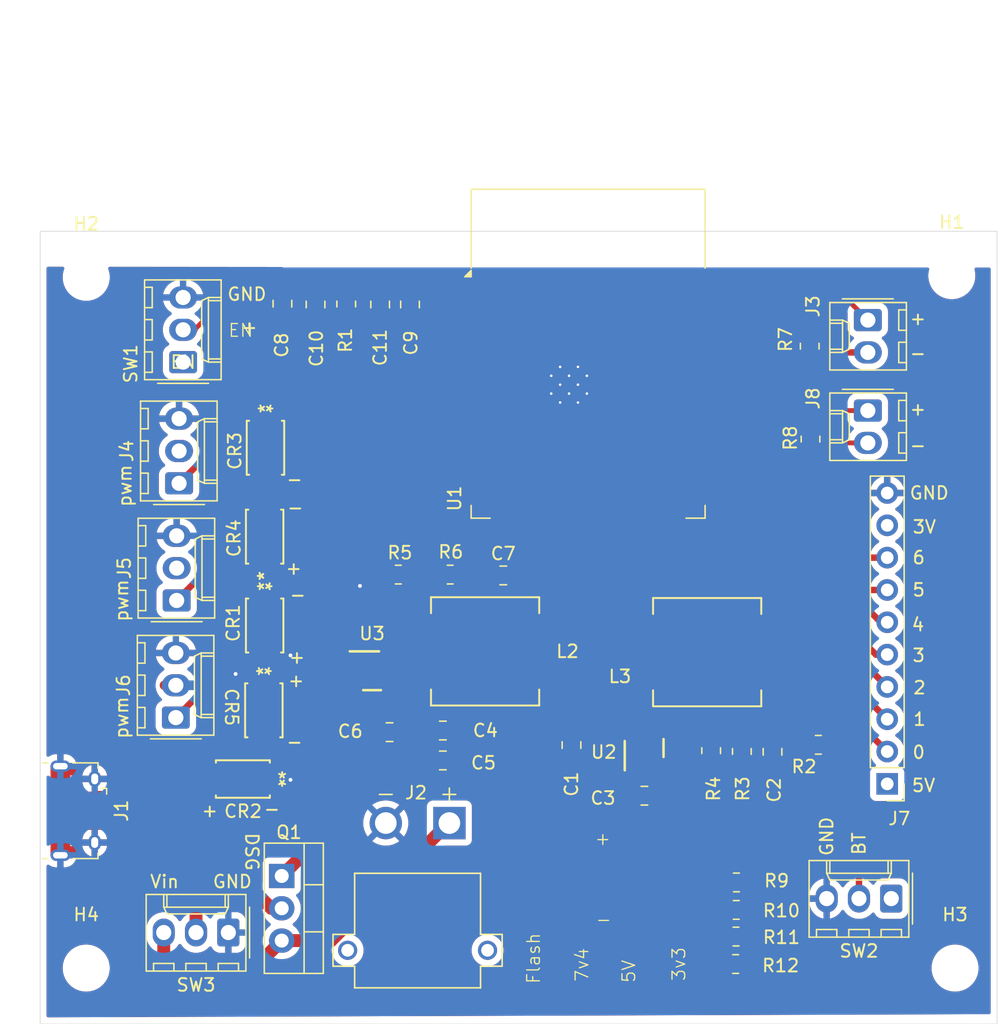
<source format=kicad_pcb>
(kicad_pcb (version 20240108) (generator "pcbnew") (generator_version "8.0")
  (layers (0 "F.Cu" signal) (31 "B.Cu" signal) (34 "B.Paste" user) (35 "F.Paste" user) (36 "B.SilkS" user "B.Silkscreen") (37 "F.SilkS" user "F.Silkscreen") (38 "B.Mask" user) (39 "F.Mask" user) (44 "Edge.Cuts" user))
  (net 0 "")
  (net 1 "+3.3V")
  (net 2 "Net-(3v3LED1-K)")
  (net 3 "+5V")
  (net 4 "Net-(5VLED1-K)")
  (net 5 "+7.5V")
  (net 6 "Net-(7V4LED1-K)")
  (net 7 "GND")
  (net 8 "Net-(U2-SW)")
  (net 9 "Net-(U2-VBST)")
  (net 10 "Net-(U3-VBST)")
  (net 11 "Net-(U3-SW)")
  (net 12 "/5VBuckOut")
  (net 13 "/EN")
  (net 14 "/USB_VDD")
  (net 15 "Net-(FlashLED1-K)")
  (net 16 "/D+")
  (net 17 "/D-")
  (net 18 "/Vin")
  (net 19 "/LED1")
  (net 20 "Net-(J3-Pin_2)")
  (net 21 "/pwm1")
  (net 22 "/pwm2")
  (net 23 "/pwm3")
  (net 24 "/IO0")
  (net 25 "/IO3")
  (net 26 "/IO2")
  (net 27 "/IO6")
  (net 28 "/IO4")
  (net 29 "/IO5")
  (net 30 "/IO1")
  (net 31 "/LED2")
  (net 32 "Net-(J8-Pin_2)")
  (net 33 "Net-(Q1-G)")
  (net 34 "Net-(SW2-B)")
  (net 35 "/Boot")
  (net 36 "Net-(U2-VFB)")
  (net 37 "Net-(U3-VFB)")
  (footprint "Resistor_SMD:R_0805_2012Metric_Pad1.20x1.40mm_HandSolder" (layer "F.Cu") (at 122.4915 32.2625 -90)
    (property "Reference" "R1")
    (property "Value" "10k")
  )
  (footprint "Resistor_SMD:R_0805_2012Metric_Pad1.20x1.40mm_HandSolder" (layer "F.Cu") (at 159.004 42.8785 -90)
    (property "Reference" "R8")
    (property "Value" "100")
  )
  (footprint "LED_SMD:Gullwing_LED" (layer "F.Cu") (at 140.97 77.594 90)
    (property "Reference" "7v4")
    (property "Value" "LED")
  )
  (footprint "Resistor_SMD:R_0805_2012Metric_Pad1.20x1.40mm_HandSolder" (layer "F.Cu") (at 153.162 79.883)
    (property "Reference" "R10")
    (property "Value" "140")
  )
  (footprint "Resistor_SMD:R_0805_2012Metric_Pad1.20x1.40mm_HandSolder" (layer "F.Cu") (at 158.9405 35.576 -90)
    (property "Reference" "R7")
    (property "Value" "100")
  )
  (footprint "Connector_Molex:Molex_KK-254_AE-6410-03A_1x03_P2.54mm_Vertical" (layer "F.Cu") (at 109.6645 36.83 90)
    (property "Reference" "SW1")
    (property "Value" "Enable Switch" (hide yes))
  )
  (footprint "Resistor_SMD:R_0805_2012Metric_Pad1.20x1.40mm_HandSolder" (layer "F.Cu") (at 126.587 53.5305)
    (property "Reference" "R5")
    (property "Value" "60k")
  )
  (footprint "MountingHole:MountingHole_3.2mm_M3" (layer "F.Cu") (at 170.1165 30.0355)
    (property "Reference" "H1")
    (property "Value" "MountingHole" (hide yes))
  )
  (footprint "Capacitor_SMD:C_0805_2012Metric_Pad1.18x1.45mm_HandSolder" (layer "F.Cu") (at 125.1585 32.3 90)
    (property "Reference" "C11")
    (property "Value" "10uF")
  )
  (footprint "Connector_Molex:Molex_KK-254_AE-6410-02A_1x02_P2.54mm_Vertical" (layer "F.Cu") (at 163.5125 40.64 -90)
    (property "Reference" "J8")
    (property "Value" "LEDIO2" (hide yes))
  )
  (footprint "Capacitor_SMD:C_0805_2012Metric_Pad1.18x1.45mm_HandSolder" (layer "F.Cu") (at 130.09 68.1355)
    (property "Reference" "C5")
    (property "Value" "10uF")
  )
  (footprint "Personal:IND_IHLP-3232DZ_VIS" (layer "F.Cu") (at 133.4135 59.563)
    (property "Reference" "L2")
    (property "Value" "IHLP3232DZER3R3M01")
  )
  (footprint "Personal:DDC0006A_N" (layer "F.Cu") (at 145.920501 67.160999 90)
    (property "Reference" "U2")
    (property "Value" "TPS562201DDCR")
  )
  (footprint "Capacitor_SMD:C_0805_2012Metric_Pad1.18x1.45mm_HandSolder" (layer "F.Cu") (at 120.0785 32.3 90)
    (property "Reference" "C10")
    (property "Value" "1uF")
  )
  (footprint "Connector_Molex:Molex_KK-254_AE-6410-03A_1x03_P2.54mm_Vertical" (layer "F.Cu") (at 109.093 64.77 90)
    (property "Reference" "J6")
    (property "Value" "Servo3")
  )
  (footprint "LED_SMD:Gullwing_LED" (layer "F.Cu") (at 148.7805 77.6 90)
    (property "Reference" "3v3")
    (property "Value" "LED")
  )
  (footprint "MountingHole:MountingHole_3.2mm_M3" (layer "F.Cu") (at 102.0445 30.1625)
    (property "Reference" "H2")
    (property "Value" "MountingHole" (hide yes))
  )
  (footprint "Connector_Molex:Molex_KK-254_AE-6410-03A_1x03_P2.54mm_Vertical" (layer "F.Cu") (at 109.347 46.355 90)
    (property "Reference" "J4")
    (property "Value" "Servo1")
  )
  (footprint "Capacitor_SMD:C_0805_2012Metric_Pad1.18x1.45mm_HandSolder" (layer "F.Cu") (at 130.09 65.786)
    (property "Reference" "C4")
    (property "Value" "100nF")
  )
  (footprint "Resistor_SMD:R_0805_2012Metric_Pad1.20x1.40mm_HandSolder" (layer "F.Cu") (at 153.146 81.9785)
    (property "Reference" "R11")
    (property "Value" "260")
  )
  (footprint "Connector_Molex:Molex_KK-254_AE-6410-03A_1x03_P2.54mm_Vertical" (layer "F.Cu") (at 113.2205 81.661 180)
    (property "Reference" "SW3")
    (property "Value" "On/Off")
  )
  (footprint "Personal:SDO_CFP5_SOD128_NEX" (layer "F.Cu") (at 116.078 50.546 90)
    (property "Reference" "CR4")
    (property "Value" "Flyback2")
  )
  (footprint "Connector_Molex:Molex_KK-254_AE-6410-02A_1x02_P2.54mm_Vertical" (layer "F.Cu") (at 163.5125 33.528 -90)
    (property "Reference" "J3")
    (property "Value" "LEDIO1")
  )
  (footprint "Capacitor_SMD:C_0805_2012Metric_Pad1.18x1.45mm_HandSolder" (layer "F.Cu") (at 145.942001 70.907499 180)
    (property "Reference" "C3")
    (property "Value" "100nF")
  )
  (footprint "Resistor_SMD:R_0805_2012Metric_Pad1.20x1.40mm_HandSolder" (layer "F.Cu") (at 151.191001 67.367499 -90)
    (property "Reference" "R4")
    (property "Value" "10k")
  )
  (footprint "Connector_PinHeader_2.54mm:PinHeader_1x10_P2.54mm_Vertical" (layer "F.Cu") (at 165.0365 69.977 180)
    (property "Reference" "J7")
    (property "Value" "Extra GPIO")
  )
  (footprint "Personal:DDC0006A_N" (layer "F.Cu") (at 124.5235 61.087)
    (property "Reference" "U3")
    (property "Value" "TPS565201DDCR")
  )
  (footprint "Personal:SDO_CFP5_SOD128_NEX" (layer "F.Cu") (at 114.3635 69.596 180)
    (property "Reference" "CR2")
    (property "Value" "PMEG3050EP_115")
  )
  (footprint "LED_SMD:Gullwing_LED" (layer "F.Cu") (at 144.653 77.6575 90)
    (property "Reference" "5V")
    (property "Value" "LED")
  )
  (footprint "Capacitor_SMD:C_0805_2012Metric_Pad1.18x1.45mm_HandSolder" (layer "F.Cu") (at 156.017001 67.456999 -90)
    (property "Reference" "C2")
    (property "Value" "22uF")
  )
  (footprint "Capacitor_SMD:C_0805_2012Metric_Pad1.18x1.45mm_HandSolder" (layer "F.Cu") (at 140.205501 66.928499 90)
    (property "Reference" "C1")
    (property "Value" "10uF")
  )
  (footprint "MountingHole:MountingHole_3.2mm_M3" (layer "F.Cu") (at 170.3705 84.455)
    (property "Reference" "H3")
    (property "Value" "MountingHole" (hide yes))
  )
  (footprint "Personal:IND_IHLP-3232DZ_VIS" (layer "F.Cu") (at 150.876 59.6265 180)
    (property "Reference" "L3")
    (property "Value" "IHLP3232DZER3R3M01")
  )
  (footprint "Connector_Molex:Molex_KK-254_AE-6410-03A_1x03_P2.54mm_Vertical" (layer "F.Cu") (at 109.1565 55.5625 90)
    (property "Reference" "J5")
    (property "Value" "Servo2")
  )
  (footprint "Personal:SDO_CFP5_SOD128_NEX" (layer "F.Cu") (at 116.1415 43.561 -90)
    (property "Reference" "CR3")
    (property "Value" "Flyback1")
  )
  (footprint "Package_TO_SOT_THT:TO-220-3_Vertical" (layer "F.Cu") (at 117.419 77.216 -90)
    (property "Reference" "Q1")
    (property "Value" "PMOS")
  )
  (footprint "Resistor_SMD:R_0805_2012Metric_Pad1.20x1.40mm_HandSolder" (layer "F.Cu") (at 130.667 53.5305)
    (property "Reference" "R6")
    (property "Value" "10k")
  )
  (footprint "Resistor_SMD:R_0805_2012Metric_Pad1.20x1.40mm_HandSolder" (layer "F.Cu") (at 153.1145 84.1375)
    (property "Reference" "R12")
    (property "Value" "100")
  )
  (footprint "Capacitor_SMD:C_0805_2012Metric_Pad1.18x1.45mm_HandSolder" (layer "F.Cu") (at 117.475 32.2365 90)
    (property "Reference" "C8")
    (property "Value" "100nF")
  )
  (footprint "Personal:AMASS_XT30PW-M" (layer "F.Cu") (at 128.104 83.058 180)
    (property "Reference" "J2")
    (property "Value" "XT30PW-M")
  )
  (footprint "Personal:SDO_CFP5_SOD128_NEX" (layer "F.Cu") (at 116.078 57.531 -90)
    (property "Reference" "CR1")
    (property "Value" "PMEG3050EP_115")
  )
  (footprint "MountingHole:MountingHole_3.2mm_M3" (layer "F.Cu") (at 102.0445 84.455)
    (property "Reference" "H4")
    (property "Value" "MountingHole" (hide yes))
  )
  (footprint "Connector_Molex:Molex_KK-254_AE-6410-03A_1x03_P2.54mm_Vertical" (layer "F.Cu") (at 165.354 78.994 180)
    (property "Reference" "SW2")
    (property "Value" "Boot Switch" (hide yes))
  )
  (footprint "Connector_USB:USB_Micro-B_Amphenol_10118194-0001LF_Horizontal" (layer "F.Cu") (at 101.3125 72.0885 -90)
    (property "Reference" "J1")
    (property "Value" "MicroUSB")
  )
  (footprint "Resistor_SMD:R_0805_2012Metric_Pad1.20x1.40mm_HandSolder" (layer "F.Cu") (at 153.178 77.724)
    (property "Reference" "R9")
    (property "Value" "60")
  )
  (footprint "Capacitor_SMD:C_0805_2012Metric_Pad1.18x1.45mm_HandSolder" (layer "F.Cu") (at 125.899 65.913)
    (property "Reference" "C6")
    (property "Value" "100nF")
  )
  (footprint "Capacitor_SMD:C_0805_2012Metric_Pad1.18x1.45mm_HandSolder" (layer "F.Cu") (at 127.508 32.3 90)
    (property "Reference" "C9")
    (property "Value" "100nF")
  )
  (footprint "Personal:SDO_CFP5_SOD128_NEX" (layer "F.Cu") (at 116.0145 64.1985 -90)
    (property "Reference" "CR5")
    (property "Value" "Flyback3")
  )
  (footprint "Resistor_SMD:R_0805_2012Metric_Pad1.20x1.40mm_HandSolder" (layer "F.Cu") (at 159.620501 66.906999 180)
    (property "Reference" "R2")
    (property "Value" "100k")
  )
  (footprint "RF_Module:ESP32-S3-WROOM-1" (layer "F.Cu") (at 141.5145 36.145)
    (property "Reference" "U1")
    (property "Value" "ESP32-S3-WROOM-1")
  )
  (footprint "Resistor_SMD:R_0805_2012Metric_Pad1.20x1.40mm_HandSolder" (layer "F.Cu") (at 153.604001 67.430999 -90)
    (property "Reference" "R3")
    (property "Value" "33k")
  )
  (footprint "LED_SMD:Gullwing_LED" (layer "F.Cu") (at 137.16 77.5305 90)
    (property "Reference" "Flash")
    (property "Value" "LED")
  )
  (footprint "Capacitor_SMD:C_0805_2012Metric_Pad1.18x1.45mm_HandSolder" (layer "F.Cu") (at 134.842 53.594)
    (property "Reference" "C7")
    (property "Value" "22uF")
  )
  (gr_rect (start 98.425 26.543) (end 173.6725 88.8365) (stroke (width 0.05)) (fill none) (layer "Edge.Cuts"))
  (gr_text "+" (at 141.986 74.8665 0) (layer "F.SilkS") (effects (font (size 1 1) (thickness 0.1)) (justify left bottom)))
  (gr_text "EN" (at 113.157 34.925 0) (layer "F.SilkS") (effects (font (size 1 1) (thickness 0.1)) (justify left bottom)))
  (gr_text "-" (at 142.0495 81.2165 0) (layer "F.SilkS") (effects (font (size 1 1) (thickness 0.1)) (justify left bottom)))
  (segment (start 156.005501 66.430999) (end 156.017001 66.419499) (width 0.762) (layer "F.Cu") (net 1))
  (segment (start 156.017001 66.419499) (end 154.4955 64.897998) (width 0.762) (layer "F.Cu") (net 1))
  (segment (start 154.4955 59.6265) (end 148.7805 65.3415) (width 0.508) (layer "F.Cu") (net 1))
  (segment (start 154.4955 64.897998) (end 154.4955 59.6265) (width 0.762) (layer "F.Cu") (net 1))
  (segment (start 148.7805 65.3415) (end 148.7805 75.825) (width 0.508) (layer "F.Cu") (net 1))
  (segment (start 153.604001 66.430999) (end 156.005501 66.430999) (width 1.016) (layer "F.Cu") (net 1))
  (segment (start 150.527 79.375) (end 152.178 77.724) (width 0.381) (layer "F.Cu") (net 2))
  (segment (start 148.7805 79.375) (end 150.527 79.375) (width 0.381) (layer "F.Cu") (net 2))
  (segment (start 145.920501 66.828001) (end 146.870499 67.777999) (width 0.508) (layer "F.Cu") (net 3))
  (segment (start 146.870499 67.777999) (end 146.870499 68.536) (width 0.508) (layer "F.Cu") (net 3))
  (segment (start 140.205501 71.435001) (end 144.653 75.8825) (width 0.508) (layer "F.Cu") (net 3))
  (segment (start 116.6622 68.39859) (end 115.95461 67.691) (width 0.508) (layer "F.Cu") (net 3))
  (segment (start 116.6622 69.596) (end 118.0465 69.596) (width 0.508) (layer "F.Cu") (net 3))
  (segment (start 115.4557 61.341) (end 116.0145 61.8998) (width 0.762) (layer "F.Cu") (net 3))
  (segment (start 118.0465 69.596) (end 118.11 69.6595) (width 0.508) (layer "F.Cu") (net 3))
  (segment (start 145.920501 64.831001) (end 145.920501 65.786) (width 0.762) (layer "F.Cu") (net 3))
  (segment (start 112.8395 63.87739) (end 114.81709 61.8998) (width 0.508) (layer "F.Cu") (net 3))
  (segment (start 140.205501 67.965999) (end 140.205501 71.435001) (width 0.508) (layer "F.Cu") (net 3))
  (segment (start 109.093 62.23) (end 108.204 62.23) (width 0.762) (layer "F.Cu") (net 3))
  (segment (start 140.205501 67.965999) (end 143.719 64.4525) (width 0.762) (layer "F.Cu") (net 3))
  (segment (start 143.719 64.4525) (end 145.542 64.4525) (width 0.762) (layer "F.Cu") (net 3))
  (segment (start 145.542 64.4525) (end 145.920501 64.831001) (width 0.762) (layer "F.Cu") (net 3))
  (segment (start 116.6622 69.596) (end 116.6622 68.39859) (width 0.508) (layer "F.Cu") (net 3))
  (segment (start 114.81709 61.8998) (end 116.0145 61.8998) (width 0.508) (layer "F.Cu") (net 3))
  (segment (start 145.920501 65.786) (end 145.920501 66.828001) (width 0.508) (layer "F.Cu") (net 3))
  (segment (start 113.792 61.341) (end 115.4557 61.341) (width 0.762) (layer "F.Cu") (net 3))
  (segment (start 115.95461 67.691) (end 112.8395 67.691) (width 0.508) (layer "F.Cu") (net 3))
  (segment (start 112.8395 67.691) (end 112.8395 63.87739) (width 0.508) (layer "F.Cu") (net 3))
  (via (at 113.792 61.341) (size 0.6) (drill 0.3) (layers "F.Cu" "B.Cu") (net 3))
  (via (at 118.11 69.6595) (size 0.6) (drill 0.3) (layers "F.Cu" "B.Cu") (net 3))
  (segment (start 112.903 62.23) (end 113.792 61.341) (width 0.762) (layer "B.Cu") (net 3))
  (segment (start 109.093 62.23) (end 112.903 62.23) (width 0.762) (layer "B.Cu") (net 3))
  (segment (start 144.653 79.4325) (end 146.1085 80.888) (width 0.381) (layer "F.Cu") (net 4))
  (segment (start 149.976 80.888) (end 149.987 80.899) (width 0.381) (layer "F.Cu") (net 4))
  (segment (start 151.003 79.883) (end 152.162 79.883) (width 0.381) (layer "F.Cu") (net 4))
  (segment (start 149.987 80.899) (end 151.003 79.883) (width 0.381) (layer "F.Cu") (net 4))
  (segment (start 146.1085 80.888) (end 149.976 80.888) (width 0.381) (layer "F.Cu") (net 4))
  (segment (start 129.0525 68.1355) (end 129.0525 65.786) (width 0.762) (layer "F.Cu") (net 5))
  (segment (start 117.419 77.216) (end 126.4995 68.1355) (width 1.016) (layer "F.Cu") (net 5))
  (segment (start 130.3655 70.1675) (end 129.0525 68.8545) (width 0.508) (layer "F.Cu") (net 5))
  (segment (start 126.4995 68.1355) (end 129.0525 68.1355) (width 1.016) (layer "F.Cu") (net 5))
  (segment (start 135.3185 70.1675) (end 130.3655 70.1675) (width 0.508) (layer "F.Cu") (net 5))
  (segment (start 124.886498 61.087) (end 125.898499 61.087) (width 0.762) (layer "F.Cu") (net 5))
  (segment (start 129.0525 68.8545) (end 129.0525 68.1355) (width 0.762) (layer "F.Cu") (net 5))
  (segment (start 123.148499 62.036998) (end 123.9365 62.036998) (width 0.762) (layer "F.Cu") (net 5))
  (segment (start 140.97 75.819) (end 135.3185 70.1675) (width 0.508) (layer "F.Cu") (net 5))
  (segment (start 123.9365 62.036998) (end 124.886498 61.087) (width 0.762) (layer "F.Cu") (net 5))
  (segment (start 143.637 81.9785) (end 152.146 81.9785) (width 0.381) (layer "F.Cu") (net 6))
  (segment (start 140.97 79.369) (end 140.97 79.3115) (width 0.381) (layer "F.Cu") (net 6))
  (segment (start 140.97 79.3115) (end 143.637 81.9785) (width 0.381) (layer "F.Cu") (net 6))
  (segment (start 127.508 63.8175) (end 126.9365 64.389) (width 0.508) (layer "F.Cu") (net 10))
  (segment (start 126.9365 64.389) (end 126.9365 65.913) (width 0.508) (layer "F.Cu") (net 10))
  (segment (start 126.906499 60.136999) (end 127.508 60.7385) (width 0.508) (layer "F.Cu") (net 10))
  (segment (start 127.508 60.7385) (end 127.508 63.8175) (width 0.508) (layer "F.Cu") (net 10))
  (segment (start 125.898499 60.136999) (end 126.906499 60.136999) (width 0.508) (layer "F.Cu") (net 10))
  (segment (start 122.555 61.087) (end 121.539 62.103) (width 0.508) (layer "F.Cu") (net 11))
  (segment (start 121.539 63.8175) (end 123.6345 65.913) (width 0.508) (layer "F.Cu") (net 11))
  (segment (start 123.148499 61.087) (end 122.555 61.087) (width 0.508) (layer "F.Cu") (net 11))
  (segment (start 121.539 62.103) (end 121.539 63.8175) (width 0.508) (layer "F.Cu") (net 11))
  (segment (start 123.6345 65.913) (end 124.8615 65.913) (width 0.508) (layer "F.Cu") (net 11))
  (segment (start 118.0592 59.8297) (end 118.11 59.8805) (width 0.508) (layer "F.Cu") (net 12))
  (segment (start 124.698 54.4195) (end 125.587 53.5305) (width 0.762) (layer "F.Cu") (net 12))
  (segment (start 133.8045 55.5525) (end 129.794 59.563) (width 1.016) (layer "F.Cu") (net 12))
  (segment (start 123.571 54.4195) (end 124.698 54.4195) (width 0.762) (layer "F.Cu") (net 12))
  (segment (start 133.8045 53.594) (end 133.8045 55.5525) (width 1.016) (layer "F.Cu") (net 12))
  (segment (start 125.587 55.356) (end 129.794 59.563) (width 1.016) (layer "F.Cu") (net 12))
  (segment (start 116.078 59.8297) (end 118.0592 59.8297) (width 0.762) (layer "F.Cu") (net 12))
  (segment (start 125.587 53.5305) (end 125.587 55.356) (width 1.016) (layer "F.Cu") (net 12))
  (via (at 118.11 59.8805) (size 0.6) (drill 0.3) (layers "F.Cu" "B.Cu") (net 12))
  (via (at 123.571 54.4195) (size 0.6) (drill 0.3) (layers "F.Cu" "B.Cu") (net 12))
  (segment (start 118.11 59.8805) (end 123.571 54.4195) (width 0.762) (layer "B.Cu") (net 12))
  (segment (start 123.571 54.356) (end 123.571 54.4195) (width 0.508) (layer "B.Cu") (net 12))
  (segment (start 122.4165 33.3375) (end 122.4915 33.2625) (width 0.508) (layer "F.Cu") (net 13))
  (segment (start 110.5535 34.29) (end 111.5695 33.274) (width 0.381) (layer "F.Cu") (net 13))
  (segment (start 120.0785 33.3375) (end 122.4165 33.3375) (width 0.381) (layer "F.Cu") (net 13))
  (segment (start 130.5535 34.798) (end 131.9265 33.425) (width 0.381) (layer "F.Cu") (net 13))
  (segment (start 109.6645 34.29) (end 110.5535 34.29) (width 0.508) (layer "F.Cu") (net 13))
  (segment (start 122.4915 33.2625) (end 124.027 34.798) (width 0.381) (layer "F.Cu") (net 13))
  (segment (start 111.5695 33.274) (end 117.475 33.274) (width 0.381) (layer "F.Cu") (net 13))
  (segment (start 131.9265 33.425) (end 132.7645 33.425) (width 0.508) (layer "F.Cu") (net 13))
  (segment (start 117.475 33.274) (end 120.015 33.274) (width 0.381) (layer "F.Cu") (net 13))
  (segment (start 124.027 34.798) (end 130.5535 34.798) (width 0.381) (layer "F.Cu") (net 13))
  (segment (start 120.015 33.274) (end 120.0785 33.3375) (width 0.508) (layer "F.Cu") (net 13))
  (segment (start 110.8763 70.7845) (end 102.7125 70.7845) (width 0.508) (layer "F.Cu") (net 14))
  (segment (start 112.0648 69.596) (end 110.8763 70.7845) (width 0.508) (layer "F.Cu") (net 14))
  (segment (start 137.16 79.3055) (end 141.819 83.9645) (width 0.381) (layer "F.Cu") (net 15))
  (segment (start 141.819 83.9645) (end 152.1145 83.9645) (width 0.381) (layer "F.Cu") (net 15))
  (segment (start 127.8015 47.395) (end 132.7645 47.395) (width 0.381) (layer "F.Cu") (net 16))
  (segment (start 118.4275 73.4695) (end 120.0245 71.8725) (width 0.381) (layer "F.Cu") (net 16))
  (segment (start 120.0245 71.8725) (end 120.0245 55.172) (width 0.381) (layer "F.Cu") (net 16))
  (segment (start 102.7125 72.0885) (end 103.433944 72.0885) (width 0.381) (layer "F.Cu") (net 16))
  (segment (start 104.814944 73.4695) (end 118.4275 73.4695) (width 0.381) (layer "F.Cu") (net 16))
  (segment (start 120.0245 55.172) (end 127.8015 47.395) (width 0.381) (layer "F.Cu") (net 16))
  (segment (start 103.433944 72.0885) (end 104.814944 73.4695) (width 0.381) (layer "F.Cu") (net 16))
  (segment (start 103.605602 71.4385) (end 105.001602 72.8345) (width 0.381) (layer "F.Cu") (net 17))
  (segment (start 128.249842 46.125) (end 132.7645 46.125) (width 0.381) (layer "F.Cu") (net 17))
  (segment (start 105.001602 72.8345) (end 117.7861 72.8345) (width 0.381) (layer "F.Cu") (net 17))
  (segment (start 119.4435 71.1771) (end 119.4435 54.931342) (width 0.381) (layer "F.Cu") (net 17))
  (segment (start 119.4435 54.931342) (end 128.249842 46.125) (width 0.381) (layer "F.Cu") (net 17))
  (segment (start 102.7125 71.4385) (end 103.605602 71.4385) (width 0.381) (layer "F.Cu") (net 17))
  (segment (start 117.7861 72.8345) (end 119.4435 71.1771) (width 0.381) (layer "F.Cu") (net 17))
  (segment (start 121.298419 82.296) (end 117.419 82.296) (width 1.016) (layer "F.Cu") (net 18))
  (segment (start 114.1805 85.5345) (end 109.9185 85.5345) (width 1.016) (layer "F.Cu") (net 18))
  (segment (start 109.9185 85.5345) (end 108.1405 83.7565) (width 1.016) (layer "F.Cu") (net 18))
  (segment (start 130.604 73.058) (end 130.536419 73.058) (width 1.016) (layer "F.Cu") (net 18))
  (segment (start 108.1405 83.7565) (end 108.1405 81.661) (width 1.016) (layer "F.Cu") (net 18))
  (segment (start 117.419 82.296) (end 114.1805 85.5345) (width 1.016) (layer "F.Cu") (net 18))
  (segment (start 130.536419 73.058) (end 121.298419 82.296) (width 1.016) (layer "F.Cu") (net 18))
  (segment (start 150.2645 32.155) (end 162.1395 32.155) (width 0.381) (layer "F.Cu") (net 19))
  (segment (start 162.1395 32.155) (end 163.5125 33.528) (width 0.381) (layer "F.Cu") (net 19))
  (segment (start 163.5125 36.068) (end 160.4325 36.068) (width 0.508) (layer "F.Cu") (net 20))
  (segment (start 160.4325 36.068) (end 158.9405 34.576) (width 0.508) (layer "F.Cu") (net 20))
  (segment (start 113.538 42.164) (end 109.347 46.355) (width 0.508) (layer "F.Cu") (net 21))
  (segment (start 132.7645 34.695) (end 131.9265 34.695) (width 0.508) (layer "F.Cu") (net 21))
  (segment (start 109.347 46.355) (end 110.049342 46.355) (width 0.381) (layer "F.Cu") (net 21))
  (segment (start 128.3945 38.227) (end 116.7765 38.227) (width 0.508) (layer "F.Cu") (net 21))
  (segment (start 131.9265 34.695) (end 128.3945 38.227) (width 0.508) (layer "F.Cu") (net 21))
  (segment (start 113.538 41.4655) (end 113.538 42.164) (width 0.508) (layer "F.Cu") (net 21))
  (segment (start 116.7765 38.227) (end 113.538 41.4655) (width 0.508) (layer "F.Cu") (net 21))
  (segment (start 111.633 48.514) (end 111.633 53.086) (width 0.508) (layer "F.Cu") (net 22))
  (segment (start 132.7645 35.965) (end 132.5005 35.965) (width 0.508) (layer "F.Cu") (net 22))
  (segment (start 113.157 46.99) (end 111.633 48.514) (width 0.508) (layer "F.Cu") (net 22))
  (segment (start 121.158 46.99) (end 113.157 46.99) (width 0.508) (layer "F.Cu") (net 22))
  (segment (start 111.633 53.086) (end 109.1565 55.5625) (width 0.508) (layer "F.Cu") (net 22))
  (segment (start 132.5005 35.965) (end 132.3975 36.068) (width 0.508) (layer "F.Cu") (net 22))
  (segment (start 132.7645 35.965) (end 132.183 35.965) (width 0.508) (layer "F.Cu") (net 22))
  (segment (start 132.183 35.965) (end 121.158 46.99) (width 0.508) (layer "F.Cu") (net 22))
  (segment (start 111.6965 62.1665) (end 109.093 64.77) (width 0.508) (layer "F.Cu") (net 23))
  (segment (start 115.062 54.102) (end 111.6965 57.4675) (width 0.508) (layer "F.Cu") (net 23))
  (segment (start 118.0465 54.102) (end 115.062 54.102) (width 0.508) (layer "F.Cu") (net 23))
  (segment (start 121.2215 48.067) (end 121.2215 50.927) (width 0.508) (layer "F.Cu") (net 23))
  (segment (start 132.0535 37.235) (end 121.2215 48.067) (width 0.508) (layer "F.Cu") (net 23))
  (segment (start 132.7645 37.235) (end 132.0535 37.235) (width 0.381) (layer "F.Cu") (net 23))
  (segment (start 121.2215 50.927) (end 118.0465 54.102) (width 0.508) (layer "F.Cu") (net 23))
  (segment (start 111.6965 57.4675) (end 111.6965 62.1665) (width 0.508) (layer "F.Cu") (net 23))
  (segment (start 150.2645 44.855) (end 151.1025 44.855) (width 0.508) (layer "F.Cu") (net 24))
  (segment (start 159.4485 57.7215) (end 159.4485 61.849) (width 0.508) (layer "F.Cu") (net 24))
  (segment (start 151.8285 45.581) (end 151.8285 50.1015) (width 0.508) (layer "F.Cu") (net 24))
  (segment (start 151.8285 50.1015) (end 159.4485 57.7215) (width 0.508) (layer "F.Cu") (net 24))
  (segment (start 151.1025 44.855) (end 151.8285 45.581) (width 0.508) (layer "F.Cu") (net 24))
  (segment (start 159.4485 61.849) (end 165.0365 67.437) (width 0.508) (layer "F.Cu") (net 24))
  (segment (start 151.5225 41.045) (end 154.686 44.2085) (width 0.508) (layer "F.Cu") (net 25))
  (segment (start 150.2645 41.045) (end 151.5225 41.045) (width 0.508) (layer "F.Cu") (net 25))
  (segment (start 154.686 48.9585) (end 162.306 56.5785) (width 0.508) (layer "F.Cu") (net 25))
  (segment (start 162.306 56.5785) (end 162.306 57.9755) (width 0.508) (layer "F.Cu") (net 25))
  (segment (start 164.1475 59.817) (end 165.0365 59.817) (width 0.508) (layer "F.Cu") (net 25))
  (segment (start 154.686 44.2085) (end 154.686 48.9585) (width 0.508) (layer "F.Cu") (net 25))
  (segment (start 162.306 57.9755) (end 164.1475 59.817) (width 0.508) (layer "F.Cu") (net 25))
  (segment (start 153.797 49.4665) (end 161.29 56.9595) (width 0.508) (layer "F.Cu") (net 26))
  (segment (start 161.29 58.6105) (end 165.0365 62.357) (width 0.508) (layer "F.Cu") (net 26))
  (segment (start 161.29 56.9595) (end 161.29 58.6105) (width 0.508) (layer "F.Cu") (net 26))
  (segment (start 153.797 44.5895) (end 153.797 49.4665) (width 0.508) (layer "F.Cu") (net 26))
  (segment (start 150.2645 42.315) (end 151.5225 42.315) (width 0.508) (layer "F.Cu") (net 26))
  (segment (start 151.5225 42.315) (end 153.797 44.5895) (width 0.508) (layer "F.Cu") (net 26))
  (segment (start 165.0365 51.943) (end 165.0365 52.197) (width 0.381) (layer "F.Cu") (net 27))
  (segment (start 150.2645 37.235) (end 151.5225 37.235) (width 0.508) (layer "F.Cu") (net 27))
  (segment (start 151.5225 37.235) (end 157.48 43.1925) (width 0.508) (layer "F.Cu") (net 27))
  (segment (start 157.48 47.498) (end 162.179 52.197) (width 0.508) (layer "F.Cu") (net 27))
  (segment (start 157.48 43.1925) (end 157.48 47.498) (width 0.508) (layer "F.Cu") (net 27))
  (segment (start 162.179 52.197) (end 165.0365 52.197) (width 0.508) (layer "F.Cu") (net 27))
  (segment (start 150.2645 39.775) (end 151.5225 39.775) (width 0.508) (layer "F.Cu") (net 28))
  (segment (start 155.575 43.8275) (end 155.575 48.3235) (width 0.508) (layer "F.Cu") (net 28))
  (segment (start 155.575 48.3235) (end 164.5285 57.277) (width 0.508) (layer "F.Cu") (net 28))
  (segment (start 164.5285 57.277) (end 165.0365 57.277) (width 0.508) (layer "F.Cu") (net 28))
  (segment (start 151.5225 39.775) (end 155.575 43.8275) (width 0.508) (layer "F.Cu") (net 28))
  (segment (start 156.591 48.0695) (end 163.2585 54.737) (width 0.508) (layer "F.Cu") (net 29))
  (segment (start 150.2645 38.505) (end 151.5225 38.505) (width 0.508) (layer "F.Cu") (net 29))
  (segment (start 163.2585 54.737) (end 165.0365 54.737) (width 0.508) (layer "F.Cu") (net 29))
  (segment (start 151.5225 38.505) (end 156.591 43.5735) (width 0.508) (layer "F.Cu") (net 29))
  (segment (start 156.591 43.5735) (end 156.591 48.0695) (width 0.508) (layer "F.Cu") (net 29))
  (segment (start 152.8445 44.907) (end 152.8445 49.7205) (width 0.508) (layer "F.Cu") (net 30))
  (segment (start 160.401 57.277) (end 160.401 60.2615) (width 0.508) (layer "F.Cu") (net 30))
  (segment (start 160.401 60.2615) (end 165.0365 64.897) (width 0.508) (layer "F.Cu") (net 30))
  (segment (start 150.2645 43.585) (end 151.5225 43.585) (width 0.508) (layer "F.Cu") (net 30))
  (segment (start 151.5225 43.585) (end 152.8445 44.907) (width 0.508) (layer "F.Cu") (net 30))
  (segment (start 152.8445 49.7205) (end 160.401 57.277) (width 0.508) (layer "F.Cu") (net 30))
  (segment (start 152.678 33.425) (end 159.893 40.64) (width 0.381) (layer "F.Cu") (net 31))
  (segment (start 150.2645 33.425) (end 152.678 33.425) (width 0.381) (layer "F.Cu") (net 31))
  (segment (start 159.893 40.64) (end 163.5125 40.64) (width 0.381) (layer "F.Cu") (net 31))
  (segment (start 159.893 43.054768) (end 159.893 42.7675) (width 0.381) (layer "F.Cu") (net 32))
  (segment (start 163.5125 43.18) (end 160.018232 43.18) (width 0.381) (layer "F.Cu") (net 32))
  (segment (start 159.893 42.7675) (end 159.004 41.8785) (width 0.381) (layer "F.Cu") (net 32))
  (segment (start 160.018232 43.18) (end 159.893 43.054768) (width 0.381) (layer "F.Cu") (net 32))
  (segment (start 110.6805 81.661) (end 110.6805 80) (width 1.016) (layer "F.Cu") (net 33))
  (segment (start 111.8135 78.867) (end 115.711 78.867) (width 1.016) (layer "F.Cu") (net 33))
  (segment (start 116.6 79.756) (end 117.419 79.756) (width 1.016) (layer "F.Cu") (net 33))
  (segment (start 110.6805 80) (end 111.8135 78.867) (width 1.016) (layer "F.Cu") (net 33))
  (segment (start 115.711 78.867) (end 116.6 79.756) (width 1.016) (layer "F.Cu") (net 33))
  (segment (start 160.620501 66.906999) (end 162.814 69.100498) (width 0.508) (layer "F.Cu") (net 34))
  (segment (start 162.814 69.100498) (end 162.814 78.994) (width 0.508) (layer "F.Cu") (net 34))
  (segment (start 158.620501 58.290501) (end 158.620501 66.906999) (width 0.381) (layer "F.Cu") (net 35))
  (segment (start 150.2645 47.395) (end 150.2645 49.9345) (width 0.381) (layer "F.Cu") (net 35))
  (segment (start 150.2645 49.9345) (end 158.620501 58.290501) (width 0.381) (layer "F.Cu") (net 35))
  (segment (start 127.587 53.5305) (end 129.667 53.5305) (width 1.016) (layer "F.Cu") (net 37))
  (zone (net 7) (net_name "GND") (layers "F&B.Cu") (connect_pads (clearance 0.5)) (min_thickness 0.25) (fill yes (thermal_gap 0.5) (thermal_bridge_width 0.5))
    (polygon (pts (xy 173.736 29.4005) (xy 98.552 29.337) (xy 98.171 88.3285) (xy 173.5455 88.0745)))
  )
)
</source>
